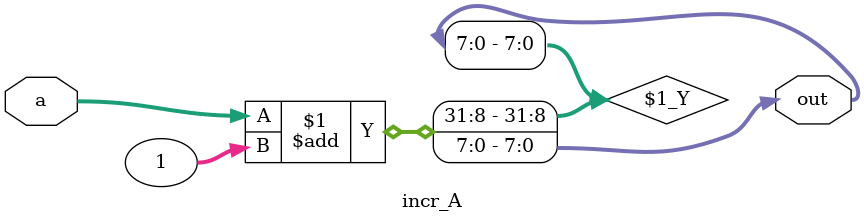
<source format=v>

module incr_A(output [7:0] out, input [7:0] a);

assign out = a + 1;

endmodule
</source>
